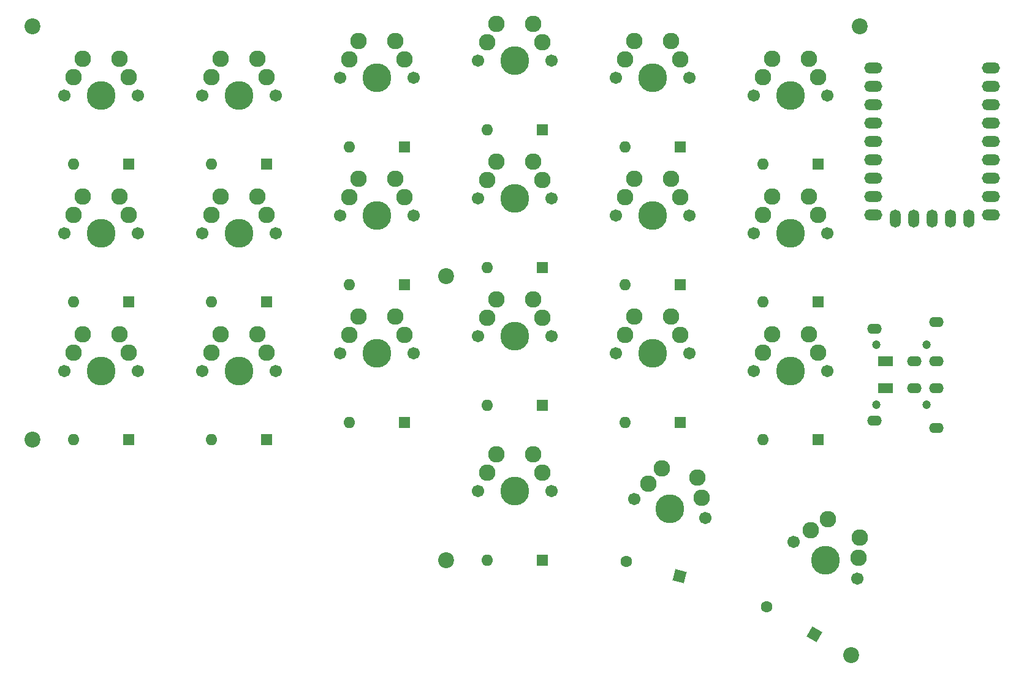
<source format=gts>
G04 #@! TF.GenerationSoftware,KiCad,Pcbnew,8.0.4*
G04 #@! TF.CreationDate,2024-09-10T22:18:46+03:00*
G04 #@! TF.ProjectId,muikku42,6d75696b-6b75-4343-922e-6b696361645f,rev?*
G04 #@! TF.SameCoordinates,Original*
G04 #@! TF.FileFunction,Soldermask,Top*
G04 #@! TF.FilePolarity,Negative*
%FSLAX46Y46*%
G04 Gerber Fmt 4.6, Leading zero omitted, Abs format (unit mm)*
G04 Created by KiCad (PCBNEW 8.0.4) date 2024-09-10 22:18:46*
%MOMM*%
%LPD*%
G01*
G04 APERTURE LIST*
G04 Aperture macros list*
%AMHorizOval*
0 Thick line with rounded ends*
0 $1 width*
0 $2 $3 position (X,Y) of the first rounded end (center of the circle)*
0 $4 $5 position (X,Y) of the second rounded end (center of the circle)*
0 Add line between two ends*
20,1,$1,$2,$3,$4,$5,0*
0 Add two circle primitives to create the rounded ends*
1,1,$1,$2,$3*
1,1,$1,$4,$5*%
%AMRotRect*
0 Rectangle, with rotation*
0 The origin of the aperture is its center*
0 $1 length*
0 $2 width*
0 $3 Rotation angle, in degrees counterclockwise*
0 Add horizontal line*
21,1,$1,$2,0,0,$3*%
G04 Aperture macros list end*
%ADD10R,1.600000X1.600000*%
%ADD11O,1.600000X1.600000*%
%ADD12RotRect,1.600000X1.600000X150.000000*%
%ADD13HorizOval,1.600000X0.000000X0.000000X0.000000X0.000000X0*%
%ADD14C,1.701800*%
%ADD15C,3.987800*%
%ADD16C,2.286000*%
%ADD17C,2.200000*%
%ADD18C,1.200000*%
%ADD19O,2.000000X1.400000*%
%ADD20R,2.000000X1.400000*%
%ADD21RotRect,1.600000X1.600000X165.000000*%
%ADD22HorizOval,1.600000X0.000000X0.000000X0.000000X0.000000X0*%
%ADD23O,2.500000X1.500000*%
%ADD24O,1.500000X2.500000*%
G04 APERTURE END LIST*
D10*
G04 #@! TO.C,D12*
X156209999Y-85725001D03*
D11*
X148589999Y-85725001D03*
G04 #@! TD*
D10*
G04 #@! TO.C,D17*
X137159999Y-102393751D03*
D11*
X129539999Y-102393751D03*
G04 #@! TD*
D12*
G04 #@! TO.C,D21*
X155699556Y-131683125D03*
D13*
X149100442Y-127873125D03*
G04 #@! TD*
D10*
G04 #@! TO.C,D2*
X80009999Y-66675001D03*
D11*
X72389999Y-66675001D03*
G04 #@! TD*
D14*
G04 #@! TO.C,S5*
X128270000Y-54768750D03*
D15*
X133350000Y-54768750D03*
D14*
X138430000Y-54768750D03*
D16*
X129540000Y-52228750D03*
X130810000Y-49688750D03*
X135890000Y-49688750D03*
X137160000Y-52228750D03*
G04 #@! TD*
D10*
G04 #@! TO.C,D4*
X118109999Y-61912501D03*
D11*
X110489999Y-61912501D03*
G04 #@! TD*
D14*
G04 #@! TO.C,S11*
X128270000Y-73818750D03*
D15*
X133350000Y-73818750D03*
D14*
X138430000Y-73818750D03*
D16*
X129540000Y-71278750D03*
X130810000Y-68738750D03*
X135890000Y-68738750D03*
X137160000Y-71278750D03*
G04 #@! TD*
D10*
G04 #@! TO.C,D13*
X60959999Y-104775001D03*
D11*
X53339999Y-104775001D03*
G04 #@! TD*
D17*
G04 #@! TO.C,REF\u002A\u002A*
X160734375Y-134540625D03*
G04 #@! TD*
D14*
G04 #@! TO.C,S7*
X52070000Y-76200000D03*
D15*
X57150000Y-76200000D03*
D14*
X62230000Y-76200000D03*
D16*
X53340000Y-73660000D03*
X54610000Y-71120000D03*
X59690000Y-71120000D03*
X60960000Y-73660000D03*
G04 #@! TD*
D14*
G04 #@! TO.C,S15*
X90170000Y-92868750D03*
D15*
X95250000Y-92868750D03*
D14*
X100330000Y-92868750D03*
D16*
X91440000Y-90328750D03*
X92710000Y-87788750D03*
X97790000Y-87788750D03*
X99060000Y-90328750D03*
G04 #@! TD*
D18*
G04 #@! TO.C,J1*
X171196875Y-99931250D03*
X164196875Y-99931250D03*
D19*
X172496875Y-103131250D03*
X169496875Y-97631250D03*
X172496875Y-97631250D03*
X163996875Y-102131250D03*
D20*
X165496875Y-97631250D03*
G04 #@! TD*
D10*
G04 #@! TO.C,D15*
X99059999Y-102393751D03*
D11*
X91439999Y-102393751D03*
G04 #@! TD*
D10*
G04 #@! TO.C,D9*
X99059999Y-83343751D03*
D11*
X91439999Y-83343751D03*
G04 #@! TD*
D10*
G04 #@! TO.C,D11*
X137159999Y-83343751D03*
D11*
X129539999Y-83343751D03*
G04 #@! TD*
D10*
G04 #@! TO.C,D7*
X60959999Y-85725001D03*
D11*
X53339999Y-85725001D03*
G04 #@! TD*
D17*
G04 #@! TO.C,REF\u002A\u002A*
X104775000Y-121443750D03*
G04 #@! TD*
D21*
G04 #@! TO.C,D20*
X137030177Y-123620476D03*
D22*
X129669822Y-121648275D03*
G04 #@! TD*
D10*
G04 #@! TO.C,D10*
X118109999Y-80962501D03*
D11*
X110489999Y-80962501D03*
G04 #@! TD*
D10*
G04 #@! TO.C,D18*
X156209999Y-104775000D03*
D11*
X148589999Y-104775000D03*
G04 #@! TD*
D14*
G04 #@! TO.C,S4*
X109220000Y-52387500D03*
D15*
X114300000Y-52387500D03*
D14*
X119380000Y-52387500D03*
D16*
X110490000Y-49847500D03*
X111760000Y-47307500D03*
X116840000Y-47307500D03*
X118110000Y-49847500D03*
G04 #@! TD*
D10*
G04 #@! TO.C,D3*
X99059999Y-64293751D03*
D11*
X91439999Y-64293751D03*
G04 #@! TD*
D14*
G04 #@! TO.C,S18*
X147320000Y-95250000D03*
D15*
X152400000Y-95250000D03*
D14*
X157480000Y-95250000D03*
D16*
X148590000Y-92710000D03*
X149860000Y-90170000D03*
X154940000Y-90170000D03*
X156210000Y-92710000D03*
G04 #@! TD*
D14*
G04 #@! TO.C,S6*
X147320000Y-57150000D03*
D15*
X152400000Y-57150000D03*
D14*
X157480000Y-57150000D03*
D16*
X148590000Y-54610000D03*
X149860000Y-52070000D03*
X154940000Y-52070000D03*
X156210000Y-54610000D03*
G04 #@! TD*
D17*
G04 #@! TO.C,REF\u002A\u002A*
X161925000Y-47625000D03*
G04 #@! TD*
D14*
G04 #@! TO.C,S17*
X128270000Y-92868750D03*
D15*
X133350000Y-92868750D03*
D14*
X138430000Y-92868750D03*
D16*
X129540000Y-90328750D03*
X130810000Y-87788750D03*
X135890000Y-87788750D03*
X137160000Y-90328750D03*
G04 #@! TD*
D14*
G04 #@! TO.C,S14*
X71120000Y-95250000D03*
D15*
X76200000Y-95250000D03*
D14*
X81280000Y-95250000D03*
D16*
X72390000Y-92710000D03*
X73660000Y-90170000D03*
X78740000Y-90170000D03*
X80010000Y-92710000D03*
G04 #@! TD*
D17*
G04 #@! TO.C,REF\u002A\u002A*
X47625000Y-47625000D03*
G04 #@! TD*
D10*
G04 #@! TO.C,D1*
X60959999Y-66675001D03*
D11*
X53339999Y-66675001D03*
G04 #@! TD*
D17*
G04 #@! TO.C,REF\u002A\u002A*
X104775000Y-82153125D03*
G04 #@! TD*
D10*
G04 #@! TO.C,D16*
X118109999Y-100012501D03*
D11*
X110489999Y-100012501D03*
G04 #@! TD*
D14*
G04 #@! TO.C,S8*
X71120000Y-76200000D03*
D15*
X76200000Y-76200000D03*
D14*
X81280000Y-76200000D03*
D16*
X72390000Y-73660000D03*
X73660000Y-71120000D03*
X78740000Y-71120000D03*
X80010000Y-73660000D03*
G04 #@! TD*
D10*
G04 #@! TO.C,D5*
X137159999Y-64293751D03*
D11*
X129539999Y-64293751D03*
G04 #@! TD*
D10*
G04 #@! TO.C,D14*
X80009999Y-104775001D03*
D11*
X72389999Y-104775001D03*
G04 #@! TD*
D14*
G04 #@! TO.C,S2*
X71120000Y-57150000D03*
D15*
X76200000Y-57150000D03*
D14*
X81280000Y-57150000D03*
D16*
X72390000Y-54610000D03*
X73660000Y-52070000D03*
X78740000Y-52070000D03*
X80010000Y-54610000D03*
G04 #@! TD*
D23*
G04 #@! TO.C,U1*
X180046250Y-53419375D03*
X180046250Y-55959375D03*
X180046250Y-58499375D03*
X180046250Y-61039375D03*
X180046250Y-63579375D03*
X180046250Y-66119375D03*
X180046250Y-68659375D03*
X180046250Y-71199375D03*
X180046250Y-73739375D03*
D24*
X177006250Y-74239375D03*
X174466250Y-74239375D03*
X171926250Y-74239375D03*
X169386250Y-74239375D03*
X166846250Y-74239375D03*
D23*
X163806250Y-73739375D03*
X163806250Y-71199375D03*
X163806250Y-68659375D03*
X163806250Y-66119375D03*
X163806250Y-63579375D03*
X163806250Y-61039375D03*
X163806250Y-58499375D03*
X163806250Y-55959375D03*
X163806250Y-53419375D03*
G04 #@! TD*
D14*
G04 #@! TO.C,S16*
X109220000Y-90487500D03*
D15*
X114300000Y-90487500D03*
D14*
X119380000Y-90487500D03*
D16*
X110490000Y-87947500D03*
X111760000Y-85407500D03*
X116840000Y-85407500D03*
X118110000Y-87947500D03*
G04 #@! TD*
D14*
G04 #@! TO.C,S10*
X109220000Y-71437500D03*
D15*
X114300000Y-71437500D03*
D14*
X119380000Y-71437500D03*
D16*
X110490000Y-68897500D03*
X111760000Y-66357500D03*
X116840000Y-66357500D03*
X118110000Y-68897500D03*
G04 #@! TD*
D14*
G04 #@! TO.C,S12*
X147320000Y-76200000D03*
D15*
X152400000Y-76200000D03*
D14*
X157480000Y-76200000D03*
D16*
X148590000Y-73660000D03*
X149860000Y-71120000D03*
X154940000Y-71120000D03*
X156210000Y-73660000D03*
G04 #@! TD*
D14*
G04 #@! TO.C,S1*
X52070000Y-57150000D03*
D15*
X57150000Y-57150000D03*
D14*
X62230000Y-57150000D03*
D16*
X53340000Y-54610000D03*
X54610000Y-52070000D03*
X59690000Y-52070000D03*
X60960000Y-54610000D03*
G04 #@! TD*
D17*
G04 #@! TO.C,REF\u002A\u002A*
X47625000Y-104775000D03*
G04 #@! TD*
D14*
G04 #@! TO.C,S3*
X90170000Y-54768750D03*
D15*
X95250000Y-54768750D03*
D14*
X100330000Y-54768750D03*
D16*
X91440000Y-52228750D03*
X92710000Y-49688750D03*
X97790000Y-49688750D03*
X99060000Y-52228750D03*
G04 #@! TD*
D14*
G04 #@! TO.C,S13*
X52070000Y-95250000D03*
D15*
X57150000Y-95250000D03*
D14*
X62230000Y-95250000D03*
D16*
X53340000Y-92710000D03*
X54610000Y-90170000D03*
X59690000Y-90170000D03*
X60960000Y-92710000D03*
G04 #@! TD*
D10*
G04 #@! TO.C,D19*
X118109999Y-121443751D03*
D11*
X110489999Y-121443751D03*
G04 #@! TD*
D10*
G04 #@! TO.C,D8*
X80009999Y-85725001D03*
D11*
X72389999Y-85725001D03*
G04 #@! TD*
D14*
G04 #@! TO.C,S19*
X109220000Y-111918750D03*
D15*
X114300000Y-111918750D03*
D14*
X119380000Y-111918750D03*
D16*
X110490000Y-109378750D03*
X111760000Y-106838750D03*
X116840000Y-106838750D03*
X118110000Y-109378750D03*
G04 #@! TD*
D14*
G04 #@! TO.C,S21*
X152763091Y-118903750D03*
D15*
X157162500Y-121443750D03*
D14*
X161561909Y-123983750D03*
D16*
X155132943Y-117339045D03*
X157502795Y-115774341D03*
X161902205Y-118314341D03*
X161732057Y-121149045D03*
G04 #@! TD*
D10*
G04 #@! TO.C,D6*
X156209999Y-66675001D03*
D11*
X148589999Y-66675001D03*
G04 #@! TD*
D14*
G04 #@! TO.C,S20*
X130824347Y-112985199D03*
D15*
X135731250Y-114300000D03*
D14*
X140638153Y-115614801D03*
D16*
X132708473Y-110860448D03*
X134592599Y-108735696D03*
X139499502Y-110050497D03*
X140068828Y-112832649D03*
G04 #@! TD*
D14*
G04 #@! TO.C,S9*
X90170000Y-73818750D03*
D15*
X95250000Y-73818750D03*
D14*
X100330000Y-73818750D03*
D16*
X91440000Y-71278750D03*
X92710000Y-68738750D03*
X97790000Y-68738750D03*
X99060000Y-71278750D03*
G04 #@! TD*
D18*
G04 #@! TO.C,J2*
X164196878Y-91678122D03*
X171196878Y-91678122D03*
D19*
X172496878Y-88478122D03*
X169496878Y-93978122D03*
X172496878Y-93978122D03*
X163996878Y-89478122D03*
D20*
X165496878Y-93978122D03*
G04 #@! TD*
M02*

</source>
